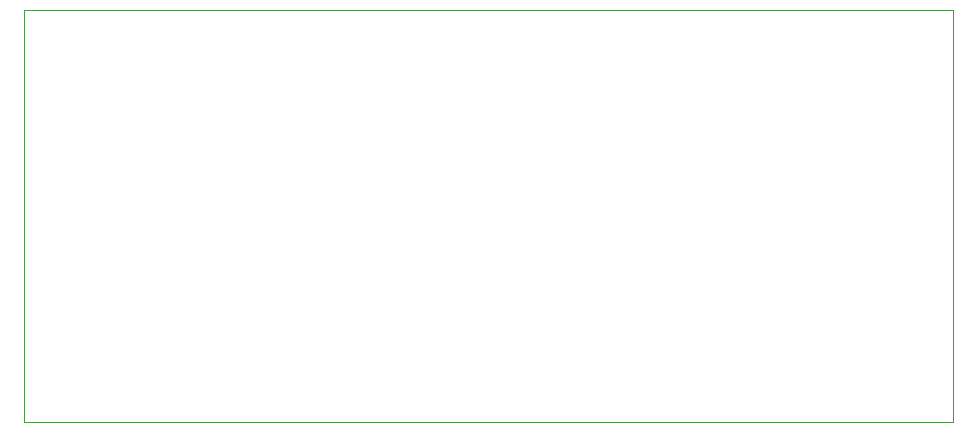
<source format=gbr>
%TF.GenerationSoftware,KiCad,Pcbnew,9.0.2*%
%TF.CreationDate,2025-10-02T15:08:33-04:00*%
%TF.ProjectId,Slippi,536c6970-7069-42e6-9b69-6361645f7063,rev?*%
%TF.SameCoordinates,Original*%
%TF.FileFunction,Profile,NP*%
%FSLAX46Y46*%
G04 Gerber Fmt 4.6, Leading zero omitted, Abs format (unit mm)*
G04 Created by KiCad (PCBNEW 9.0.2) date 2025-10-02 15:08:33*
%MOMM*%
%LPD*%
G01*
G04 APERTURE LIST*
%TA.AperFunction,Profile*%
%ADD10C,0.050000*%
%TD*%
G04 APERTURE END LIST*
D10*
X68700000Y-57000000D02*
X147400000Y-57000000D01*
X147400000Y-91900000D01*
X68700000Y-91900000D01*
X68700000Y-57000000D01*
M02*

</source>
